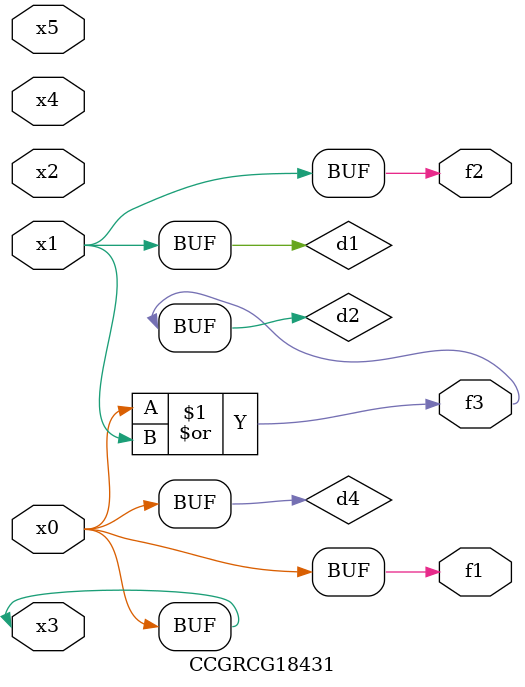
<source format=v>
module CCGRCG18431(
	input x0, x1, x2, x3, x4, x5,
	output f1, f2, f3
);

	wire d1, d2, d3, d4;

	and (d1, x1);
	or (d2, x0, x1);
	nand (d3, x0, x5);
	buf (d4, x0, x3);
	assign f1 = d4;
	assign f2 = d1;
	assign f3 = d2;
endmodule

</source>
